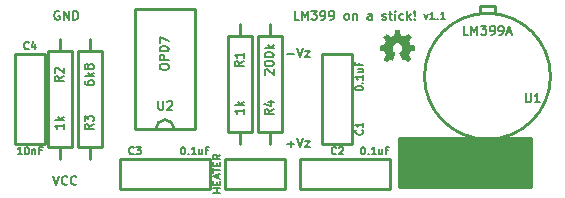
<source format=gto>
G04 (created by PCBNEW (22-Jun-2014 BZR 4027)-stable) date Sun 29 Apr 2018 06:10:34 PM CDT*
%MOIN*%
G04 Gerber Fmt 3.4, Leading zero omitted, Abs format*
%FSLAX34Y34*%
G01*
G70*
G90*
G04 APERTURE LIST*
%ADD10C,0.00590551*%
%ADD11C,0.005*%
%ADD12C,0.006*%
%ADD13C,0.01*%
%ADD14C,0.0001*%
G04 APERTURE END LIST*
G54D10*
G54D11*
X71351Y-59625D02*
X71101Y-59625D01*
X71220Y-59625D02*
X71220Y-59482D01*
X71351Y-59482D02*
X71101Y-59482D01*
X71220Y-59363D02*
X71220Y-59279D01*
X71351Y-59244D02*
X71351Y-59363D01*
X71101Y-59363D01*
X71101Y-59244D01*
X71279Y-59148D02*
X71279Y-59029D01*
X71351Y-59172D02*
X71101Y-59089D01*
X71351Y-59005D01*
X71101Y-58958D02*
X71101Y-58815D01*
X71351Y-58886D02*
X71101Y-58886D01*
X71220Y-58732D02*
X71220Y-58648D01*
X71351Y-58613D02*
X71351Y-58732D01*
X71101Y-58732D01*
X71101Y-58613D01*
X71351Y-58363D02*
X71232Y-58446D01*
X71351Y-58505D02*
X71101Y-58505D01*
X71101Y-58410D01*
X71113Y-58386D01*
X71125Y-58374D01*
X71148Y-58363D01*
X71184Y-58363D01*
X71208Y-58374D01*
X71220Y-58386D01*
X71232Y-58410D01*
X71232Y-58505D01*
G54D12*
X73571Y-58007D02*
X73800Y-58007D01*
X73685Y-58121D02*
X73685Y-57892D01*
X73900Y-57821D02*
X74000Y-58121D01*
X74100Y-57821D01*
X74171Y-57921D02*
X74328Y-57921D01*
X74171Y-58121D01*
X74328Y-58121D01*
X73571Y-55007D02*
X73800Y-55007D01*
X73900Y-54821D02*
X74000Y-55121D01*
X74100Y-54821D01*
X74171Y-54921D02*
X74328Y-54921D01*
X74171Y-55121D01*
X74328Y-55121D01*
X65778Y-59071D02*
X65878Y-59371D01*
X65978Y-59071D01*
X66250Y-59342D02*
X66235Y-59357D01*
X66192Y-59371D01*
X66164Y-59371D01*
X66121Y-59357D01*
X66092Y-59328D01*
X66078Y-59300D01*
X66064Y-59242D01*
X66064Y-59200D01*
X66078Y-59142D01*
X66092Y-59114D01*
X66121Y-59085D01*
X66164Y-59071D01*
X66192Y-59071D01*
X66235Y-59085D01*
X66250Y-59100D01*
X66550Y-59342D02*
X66535Y-59357D01*
X66492Y-59371D01*
X66464Y-59371D01*
X66421Y-59357D01*
X66392Y-59328D01*
X66378Y-59300D01*
X66364Y-59242D01*
X66364Y-59200D01*
X66378Y-59142D01*
X66392Y-59114D01*
X66421Y-59085D01*
X66464Y-59071D01*
X66492Y-59071D01*
X66535Y-59085D01*
X66550Y-59100D01*
X65978Y-53585D02*
X65950Y-53571D01*
X65907Y-53571D01*
X65864Y-53585D01*
X65835Y-53614D01*
X65821Y-53642D01*
X65807Y-53700D01*
X65807Y-53742D01*
X65821Y-53800D01*
X65835Y-53828D01*
X65864Y-53857D01*
X65907Y-53871D01*
X65935Y-53871D01*
X65978Y-53857D01*
X65992Y-53842D01*
X65992Y-53742D01*
X65935Y-53742D01*
X66121Y-53871D02*
X66121Y-53571D01*
X66292Y-53871D01*
X66292Y-53571D01*
X66435Y-53871D02*
X66435Y-53571D01*
X66507Y-53571D01*
X66550Y-53585D01*
X66578Y-53614D01*
X66592Y-53642D01*
X66607Y-53700D01*
X66607Y-53742D01*
X66592Y-53800D01*
X66578Y-53828D01*
X66550Y-53857D01*
X66507Y-53871D01*
X66435Y-53871D01*
G54D11*
X78142Y-53684D02*
X78202Y-53851D01*
X78261Y-53684D01*
X78488Y-53851D02*
X78345Y-53851D01*
X78416Y-53851D02*
X78416Y-53601D01*
X78392Y-53636D01*
X78369Y-53660D01*
X78345Y-53672D01*
X78595Y-53827D02*
X78607Y-53839D01*
X78595Y-53851D01*
X78583Y-53839D01*
X78595Y-53827D01*
X78595Y-53851D01*
X78845Y-53851D02*
X78702Y-53851D01*
X78773Y-53851D02*
X78773Y-53601D01*
X78750Y-53636D01*
X78726Y-53660D01*
X78702Y-53672D01*
G54D12*
X73964Y-53871D02*
X73821Y-53871D01*
X73821Y-53571D01*
X74064Y-53871D02*
X74064Y-53571D01*
X74164Y-53785D01*
X74264Y-53571D01*
X74264Y-53871D01*
X74378Y-53571D02*
X74564Y-53571D01*
X74464Y-53685D01*
X74507Y-53685D01*
X74535Y-53700D01*
X74550Y-53714D01*
X74564Y-53742D01*
X74564Y-53814D01*
X74550Y-53842D01*
X74535Y-53857D01*
X74507Y-53871D01*
X74421Y-53871D01*
X74392Y-53857D01*
X74378Y-53842D01*
X74707Y-53871D02*
X74764Y-53871D01*
X74792Y-53857D01*
X74807Y-53842D01*
X74835Y-53800D01*
X74849Y-53742D01*
X74849Y-53628D01*
X74835Y-53600D01*
X74821Y-53585D01*
X74792Y-53571D01*
X74735Y-53571D01*
X74707Y-53585D01*
X74692Y-53600D01*
X74678Y-53628D01*
X74678Y-53700D01*
X74692Y-53728D01*
X74707Y-53742D01*
X74735Y-53757D01*
X74792Y-53757D01*
X74821Y-53742D01*
X74835Y-53728D01*
X74849Y-53700D01*
X74992Y-53871D02*
X75049Y-53871D01*
X75078Y-53857D01*
X75092Y-53842D01*
X75121Y-53800D01*
X75135Y-53742D01*
X75135Y-53628D01*
X75121Y-53600D01*
X75107Y-53585D01*
X75078Y-53571D01*
X75021Y-53571D01*
X74992Y-53585D01*
X74978Y-53600D01*
X74964Y-53628D01*
X74964Y-53700D01*
X74978Y-53728D01*
X74992Y-53742D01*
X75021Y-53757D01*
X75078Y-53757D01*
X75107Y-53742D01*
X75121Y-53728D01*
X75135Y-53700D01*
X75535Y-53871D02*
X75507Y-53857D01*
X75492Y-53842D01*
X75478Y-53814D01*
X75478Y-53728D01*
X75492Y-53700D01*
X75507Y-53685D01*
X75535Y-53671D01*
X75578Y-53671D01*
X75607Y-53685D01*
X75621Y-53700D01*
X75635Y-53728D01*
X75635Y-53814D01*
X75621Y-53842D01*
X75607Y-53857D01*
X75578Y-53871D01*
X75535Y-53871D01*
X75764Y-53671D02*
X75764Y-53871D01*
X75764Y-53700D02*
X75778Y-53685D01*
X75807Y-53671D01*
X75849Y-53671D01*
X75878Y-53685D01*
X75892Y-53714D01*
X75892Y-53871D01*
X76392Y-53871D02*
X76392Y-53714D01*
X76378Y-53685D01*
X76349Y-53671D01*
X76292Y-53671D01*
X76264Y-53685D01*
X76392Y-53857D02*
X76364Y-53871D01*
X76292Y-53871D01*
X76264Y-53857D01*
X76249Y-53828D01*
X76249Y-53800D01*
X76264Y-53771D01*
X76292Y-53757D01*
X76364Y-53757D01*
X76392Y-53742D01*
X76749Y-53857D02*
X76778Y-53871D01*
X76835Y-53871D01*
X76864Y-53857D01*
X76878Y-53828D01*
X76878Y-53814D01*
X76864Y-53785D01*
X76835Y-53771D01*
X76792Y-53771D01*
X76764Y-53757D01*
X76749Y-53728D01*
X76749Y-53714D01*
X76764Y-53685D01*
X76792Y-53671D01*
X76835Y-53671D01*
X76864Y-53685D01*
X76964Y-53671D02*
X77078Y-53671D01*
X77007Y-53571D02*
X77007Y-53828D01*
X77021Y-53857D01*
X77049Y-53871D01*
X77078Y-53871D01*
X77178Y-53871D02*
X77178Y-53671D01*
X77178Y-53571D02*
X77164Y-53585D01*
X77178Y-53600D01*
X77192Y-53585D01*
X77178Y-53571D01*
X77178Y-53600D01*
X77449Y-53857D02*
X77421Y-53871D01*
X77364Y-53871D01*
X77335Y-53857D01*
X77321Y-53842D01*
X77307Y-53814D01*
X77307Y-53728D01*
X77321Y-53700D01*
X77335Y-53685D01*
X77364Y-53671D01*
X77421Y-53671D01*
X77449Y-53685D01*
X77578Y-53871D02*
X77578Y-53571D01*
X77607Y-53757D02*
X77692Y-53871D01*
X77692Y-53671D02*
X77578Y-53785D01*
X77821Y-53842D02*
X77835Y-53857D01*
X77821Y-53871D01*
X77807Y-53857D01*
X77821Y-53842D01*
X77821Y-53871D01*
X77821Y-53757D02*
X77807Y-53585D01*
X77821Y-53571D01*
X77835Y-53585D01*
X77821Y-53757D01*
X77821Y-53571D01*
G54D13*
X80500Y-53400D02*
X80500Y-53650D01*
X80000Y-53400D02*
X80000Y-53650D01*
X80000Y-53400D02*
X80500Y-53400D01*
X82350Y-55750D02*
G75*
G03X82350Y-55750I-2100J0D01*
G74*
G01*
X66000Y-54500D02*
X66000Y-54900D01*
X66000Y-54900D02*
X66400Y-54900D01*
X66400Y-54900D02*
X66400Y-58100D01*
X66400Y-58100D02*
X65600Y-58100D01*
X65600Y-58100D02*
X65600Y-54900D01*
X65600Y-54900D02*
X66000Y-54900D01*
X66000Y-58500D02*
X66000Y-58100D01*
X67000Y-58500D02*
X67000Y-58100D01*
X67000Y-58100D02*
X66600Y-58100D01*
X66600Y-58100D02*
X66600Y-54900D01*
X66600Y-54900D02*
X67400Y-54900D01*
X67400Y-54900D02*
X67400Y-58100D01*
X67400Y-58100D02*
X67000Y-58100D01*
X67000Y-54500D02*
X67000Y-54900D01*
X72000Y-54000D02*
X72000Y-54400D01*
X72000Y-54400D02*
X72400Y-54400D01*
X72400Y-54400D02*
X72400Y-57600D01*
X72400Y-57600D02*
X71600Y-57600D01*
X71600Y-57600D02*
X71600Y-54400D01*
X71600Y-54400D02*
X72000Y-54400D01*
X72000Y-58000D02*
X72000Y-57600D01*
X69500Y-57200D02*
G75*
G03X69200Y-57500I0J-300D01*
G74*
G01*
X69800Y-57500D02*
G75*
G03X69500Y-57200I-300J0D01*
G74*
G01*
X68500Y-57500D02*
X68500Y-53500D01*
X68500Y-53500D02*
X70500Y-53500D01*
X70500Y-53500D02*
X70500Y-57500D01*
X70500Y-57500D02*
X68500Y-57500D01*
X74750Y-55000D02*
X75750Y-55000D01*
X74750Y-58000D02*
X75750Y-58000D01*
X75750Y-58000D02*
X75750Y-55000D01*
X74750Y-58000D02*
X74750Y-55000D01*
X65500Y-58000D02*
X64500Y-58000D01*
X65500Y-55000D02*
X64500Y-55000D01*
X64500Y-55000D02*
X64500Y-58000D01*
X65500Y-55000D02*
X65500Y-58000D01*
X71000Y-58500D02*
X71000Y-59500D01*
X68000Y-58500D02*
X68000Y-59500D01*
X68000Y-59500D02*
X71000Y-59500D01*
X68000Y-58500D02*
X71000Y-58500D01*
X77000Y-58500D02*
X77000Y-59500D01*
X74000Y-58500D02*
X74000Y-59500D01*
X74000Y-59500D02*
X77000Y-59500D01*
X74000Y-58500D02*
X77000Y-58500D01*
X73000Y-58000D02*
X73000Y-57600D01*
X73000Y-57600D02*
X72600Y-57600D01*
X72600Y-57600D02*
X72600Y-54400D01*
X72600Y-54400D02*
X73400Y-54400D01*
X73400Y-54400D02*
X73400Y-57600D01*
X73400Y-57600D02*
X73000Y-57600D01*
X73000Y-54000D02*
X73000Y-54400D01*
X71500Y-58500D02*
X73500Y-58500D01*
X73500Y-58500D02*
X73500Y-59500D01*
X73500Y-59500D02*
X71500Y-59500D01*
X71500Y-59500D02*
X71500Y-58500D01*
G54D14*
G36*
X76892Y-55280D02*
X76899Y-55277D01*
X76912Y-55268D01*
X76932Y-55255D01*
X76955Y-55240D01*
X76979Y-55224D01*
X76998Y-55211D01*
X77012Y-55202D01*
X77017Y-55199D01*
X77020Y-55200D01*
X77031Y-55206D01*
X77047Y-55214D01*
X77057Y-55219D01*
X77072Y-55225D01*
X77079Y-55227D01*
X77080Y-55225D01*
X77086Y-55213D01*
X77094Y-55194D01*
X77105Y-55168D01*
X77118Y-55138D01*
X77132Y-55106D01*
X77145Y-55073D01*
X77158Y-55042D01*
X77170Y-55013D01*
X77179Y-54990D01*
X77185Y-54974D01*
X77188Y-54967D01*
X77187Y-54966D01*
X77180Y-54959D01*
X77167Y-54949D01*
X77139Y-54926D01*
X77111Y-54892D01*
X77094Y-54853D01*
X77089Y-54809D01*
X77093Y-54769D01*
X77109Y-54731D01*
X77136Y-54696D01*
X77169Y-54670D01*
X77207Y-54654D01*
X77250Y-54649D01*
X77291Y-54653D01*
X77330Y-54669D01*
X77365Y-54695D01*
X77380Y-54712D01*
X77400Y-54748D01*
X77412Y-54785D01*
X77413Y-54794D01*
X77411Y-54836D01*
X77399Y-54876D01*
X77377Y-54911D01*
X77347Y-54940D01*
X77343Y-54943D01*
X77329Y-54954D01*
X77319Y-54961D01*
X77312Y-54967D01*
X77365Y-55094D01*
X77373Y-55114D01*
X77388Y-55149D01*
X77400Y-55179D01*
X77411Y-55203D01*
X77418Y-55219D01*
X77421Y-55225D01*
X77421Y-55225D01*
X77426Y-55226D01*
X77435Y-55223D01*
X77453Y-55214D01*
X77465Y-55208D01*
X77478Y-55202D01*
X77484Y-55199D01*
X77490Y-55202D01*
X77503Y-55210D01*
X77521Y-55223D01*
X77544Y-55238D01*
X77566Y-55253D01*
X77586Y-55266D01*
X77600Y-55276D01*
X77607Y-55279D01*
X77608Y-55279D01*
X77615Y-55276D01*
X77626Y-55266D01*
X77643Y-55250D01*
X77668Y-55226D01*
X77672Y-55222D01*
X77692Y-55202D01*
X77708Y-55184D01*
X77719Y-55172D01*
X77723Y-55167D01*
X77723Y-55167D01*
X77719Y-55160D01*
X77710Y-55145D01*
X77697Y-55125D01*
X77681Y-55101D01*
X77639Y-55040D01*
X77662Y-54983D01*
X77669Y-54965D01*
X77678Y-54943D01*
X77685Y-54928D01*
X77688Y-54921D01*
X77695Y-54919D01*
X77710Y-54915D01*
X77733Y-54911D01*
X77761Y-54906D01*
X77787Y-54901D01*
X77810Y-54896D01*
X77827Y-54893D01*
X77835Y-54892D01*
X77837Y-54890D01*
X77838Y-54887D01*
X77839Y-54879D01*
X77840Y-54864D01*
X77840Y-54842D01*
X77840Y-54809D01*
X77840Y-54806D01*
X77840Y-54775D01*
X77839Y-54750D01*
X77838Y-54735D01*
X77837Y-54728D01*
X77837Y-54728D01*
X77830Y-54726D01*
X77813Y-54723D01*
X77790Y-54718D01*
X77762Y-54713D01*
X77760Y-54713D01*
X77732Y-54707D01*
X77709Y-54702D01*
X77692Y-54699D01*
X77685Y-54696D01*
X77684Y-54694D01*
X77678Y-54683D01*
X77670Y-54666D01*
X77661Y-54645D01*
X77652Y-54623D01*
X77644Y-54603D01*
X77639Y-54589D01*
X77637Y-54582D01*
X77637Y-54582D01*
X77641Y-54575D01*
X77651Y-54561D01*
X77665Y-54541D01*
X77681Y-54517D01*
X77682Y-54515D01*
X77698Y-54491D01*
X77711Y-54471D01*
X77720Y-54457D01*
X77723Y-54451D01*
X77723Y-54450D01*
X77718Y-54443D01*
X77706Y-54430D01*
X77688Y-54412D01*
X77668Y-54391D01*
X77661Y-54385D01*
X77638Y-54362D01*
X77622Y-54348D01*
X77612Y-54340D01*
X77608Y-54338D01*
X77607Y-54338D01*
X77600Y-54342D01*
X77585Y-54352D01*
X77565Y-54366D01*
X77541Y-54382D01*
X77540Y-54383D01*
X77516Y-54399D01*
X77496Y-54413D01*
X77482Y-54422D01*
X77476Y-54425D01*
X77475Y-54425D01*
X77466Y-54423D01*
X77449Y-54417D01*
X77428Y-54409D01*
X77406Y-54400D01*
X77386Y-54392D01*
X77372Y-54385D01*
X77365Y-54381D01*
X77364Y-54381D01*
X77362Y-54372D01*
X77358Y-54354D01*
X77353Y-54330D01*
X77347Y-54301D01*
X77346Y-54297D01*
X77341Y-54268D01*
X77337Y-54245D01*
X77333Y-54229D01*
X77332Y-54222D01*
X77328Y-54222D01*
X77314Y-54221D01*
X77293Y-54220D01*
X77267Y-54220D01*
X77241Y-54220D01*
X77215Y-54220D01*
X77193Y-54221D01*
X77177Y-54222D01*
X77170Y-54224D01*
X77170Y-54224D01*
X77168Y-54233D01*
X77164Y-54250D01*
X77159Y-54275D01*
X77153Y-54304D01*
X77152Y-54309D01*
X77147Y-54337D01*
X77142Y-54360D01*
X77139Y-54376D01*
X77137Y-54382D01*
X77135Y-54383D01*
X77123Y-54389D01*
X77104Y-54396D01*
X77081Y-54406D01*
X77027Y-54428D01*
X76961Y-54382D01*
X76955Y-54378D01*
X76931Y-54362D01*
X76911Y-54349D01*
X76897Y-54340D01*
X76892Y-54337D01*
X76891Y-54337D01*
X76885Y-54343D01*
X76872Y-54355D01*
X76854Y-54373D01*
X76833Y-54393D01*
X76817Y-54409D01*
X76799Y-54427D01*
X76788Y-54440D01*
X76781Y-54448D01*
X76779Y-54453D01*
X76780Y-54456D01*
X76784Y-54463D01*
X76794Y-54477D01*
X76807Y-54498D01*
X76823Y-54521D01*
X76837Y-54541D01*
X76851Y-54563D01*
X76860Y-54579D01*
X76864Y-54586D01*
X76863Y-54590D01*
X76858Y-54603D01*
X76850Y-54622D01*
X76840Y-54646D01*
X76817Y-54698D01*
X76783Y-54705D01*
X76762Y-54709D01*
X76733Y-54714D01*
X76705Y-54720D01*
X76661Y-54728D01*
X76660Y-54887D01*
X76667Y-54890D01*
X76673Y-54892D01*
X76689Y-54896D01*
X76712Y-54900D01*
X76739Y-54905D01*
X76763Y-54910D01*
X76786Y-54914D01*
X76803Y-54917D01*
X76810Y-54919D01*
X76812Y-54921D01*
X76818Y-54933D01*
X76826Y-54951D01*
X76835Y-54972D01*
X76845Y-54995D01*
X76853Y-55015D01*
X76859Y-55031D01*
X76861Y-55039D01*
X76858Y-55045D01*
X76849Y-55059D01*
X76836Y-55079D01*
X76820Y-55102D01*
X76804Y-55125D01*
X76791Y-55145D01*
X76781Y-55159D01*
X76778Y-55166D01*
X76780Y-55170D01*
X76789Y-55181D01*
X76806Y-55199D01*
X76832Y-55225D01*
X76837Y-55229D01*
X76857Y-55249D01*
X76875Y-55265D01*
X76887Y-55276D01*
X76892Y-55280D01*
X76892Y-55280D01*
G37*
G54D12*
X81521Y-56321D02*
X81521Y-56564D01*
X81535Y-56592D01*
X81550Y-56607D01*
X81578Y-56621D01*
X81635Y-56621D01*
X81664Y-56607D01*
X81678Y-56592D01*
X81692Y-56564D01*
X81692Y-56321D01*
X81992Y-56621D02*
X81821Y-56621D01*
X81907Y-56621D02*
X81907Y-56321D01*
X81878Y-56364D01*
X81850Y-56392D01*
X81821Y-56407D01*
X79614Y-54371D02*
X79471Y-54371D01*
X79471Y-54071D01*
X79714Y-54371D02*
X79714Y-54071D01*
X79814Y-54285D01*
X79914Y-54071D01*
X79914Y-54371D01*
X80028Y-54071D02*
X80214Y-54071D01*
X80114Y-54185D01*
X80157Y-54185D01*
X80185Y-54200D01*
X80200Y-54214D01*
X80214Y-54242D01*
X80214Y-54314D01*
X80200Y-54342D01*
X80185Y-54357D01*
X80157Y-54371D01*
X80071Y-54371D01*
X80042Y-54357D01*
X80028Y-54342D01*
X80357Y-54371D02*
X80414Y-54371D01*
X80442Y-54357D01*
X80457Y-54342D01*
X80485Y-54300D01*
X80500Y-54242D01*
X80500Y-54128D01*
X80485Y-54100D01*
X80471Y-54085D01*
X80442Y-54071D01*
X80385Y-54071D01*
X80357Y-54085D01*
X80342Y-54100D01*
X80328Y-54128D01*
X80328Y-54200D01*
X80342Y-54228D01*
X80357Y-54242D01*
X80385Y-54257D01*
X80442Y-54257D01*
X80471Y-54242D01*
X80485Y-54228D01*
X80500Y-54200D01*
X80642Y-54371D02*
X80700Y-54371D01*
X80728Y-54357D01*
X80742Y-54342D01*
X80771Y-54300D01*
X80785Y-54242D01*
X80785Y-54128D01*
X80771Y-54100D01*
X80757Y-54085D01*
X80728Y-54071D01*
X80671Y-54071D01*
X80642Y-54085D01*
X80628Y-54100D01*
X80614Y-54128D01*
X80614Y-54200D01*
X80628Y-54228D01*
X80642Y-54242D01*
X80671Y-54257D01*
X80728Y-54257D01*
X80757Y-54242D01*
X80771Y-54228D01*
X80785Y-54200D01*
X80900Y-54285D02*
X81042Y-54285D01*
X80871Y-54371D02*
X80971Y-54071D01*
X81071Y-54371D01*
X66121Y-55750D02*
X65978Y-55850D01*
X66121Y-55921D02*
X65821Y-55921D01*
X65821Y-55807D01*
X65835Y-55778D01*
X65850Y-55764D01*
X65878Y-55750D01*
X65921Y-55750D01*
X65950Y-55764D01*
X65964Y-55778D01*
X65978Y-55807D01*
X65978Y-55921D01*
X65850Y-55635D02*
X65835Y-55621D01*
X65821Y-55592D01*
X65821Y-55521D01*
X65835Y-55492D01*
X65850Y-55478D01*
X65878Y-55464D01*
X65907Y-55464D01*
X65950Y-55478D01*
X66121Y-55650D01*
X66121Y-55464D01*
X66121Y-57335D02*
X66121Y-57507D01*
X66121Y-57421D02*
X65821Y-57421D01*
X65864Y-57449D01*
X65892Y-57478D01*
X65907Y-57507D01*
X66121Y-57207D02*
X65821Y-57207D01*
X66007Y-57178D02*
X66121Y-57092D01*
X65921Y-57092D02*
X66035Y-57207D01*
X67121Y-57350D02*
X66978Y-57450D01*
X67121Y-57521D02*
X66821Y-57521D01*
X66821Y-57407D01*
X66835Y-57378D01*
X66850Y-57364D01*
X66878Y-57350D01*
X66921Y-57350D01*
X66950Y-57364D01*
X66964Y-57378D01*
X66978Y-57407D01*
X66978Y-57521D01*
X66821Y-57250D02*
X66821Y-57064D01*
X66935Y-57164D01*
X66935Y-57121D01*
X66950Y-57092D01*
X66964Y-57078D01*
X66992Y-57064D01*
X67064Y-57064D01*
X67092Y-57078D01*
X67107Y-57092D01*
X67121Y-57121D01*
X67121Y-57207D01*
X67107Y-57235D01*
X67092Y-57250D01*
X66821Y-55907D02*
X66821Y-55964D01*
X66835Y-55992D01*
X66850Y-56007D01*
X66892Y-56035D01*
X66950Y-56049D01*
X67064Y-56049D01*
X67092Y-56035D01*
X67107Y-56021D01*
X67121Y-55992D01*
X67121Y-55935D01*
X67107Y-55907D01*
X67092Y-55892D01*
X67064Y-55878D01*
X66992Y-55878D01*
X66964Y-55892D01*
X66950Y-55907D01*
X66935Y-55935D01*
X66935Y-55992D01*
X66950Y-56021D01*
X66964Y-56035D01*
X66992Y-56049D01*
X67121Y-55749D02*
X66821Y-55749D01*
X67007Y-55721D02*
X67121Y-55635D01*
X66921Y-55635D02*
X67035Y-55749D01*
X66950Y-55464D02*
X66935Y-55492D01*
X66921Y-55507D01*
X66892Y-55521D01*
X66878Y-55521D01*
X66850Y-55507D01*
X66835Y-55492D01*
X66821Y-55464D01*
X66821Y-55407D01*
X66835Y-55378D01*
X66850Y-55364D01*
X66878Y-55350D01*
X66892Y-55350D01*
X66921Y-55364D01*
X66935Y-55378D01*
X66950Y-55407D01*
X66950Y-55464D01*
X66964Y-55492D01*
X66978Y-55507D01*
X67007Y-55521D01*
X67064Y-55521D01*
X67092Y-55507D01*
X67107Y-55492D01*
X67121Y-55464D01*
X67121Y-55407D01*
X67107Y-55378D01*
X67092Y-55364D01*
X67064Y-55350D01*
X67007Y-55350D01*
X66978Y-55364D01*
X66964Y-55378D01*
X66950Y-55407D01*
X72121Y-55250D02*
X71978Y-55350D01*
X72121Y-55421D02*
X71821Y-55421D01*
X71821Y-55307D01*
X71835Y-55278D01*
X71850Y-55264D01*
X71878Y-55250D01*
X71921Y-55250D01*
X71950Y-55264D01*
X71964Y-55278D01*
X71978Y-55307D01*
X71978Y-55421D01*
X72121Y-54964D02*
X72121Y-55135D01*
X72121Y-55050D02*
X71821Y-55050D01*
X71864Y-55078D01*
X71892Y-55107D01*
X71907Y-55135D01*
X72121Y-56835D02*
X72121Y-57007D01*
X72121Y-56921D02*
X71821Y-56921D01*
X71864Y-56949D01*
X71892Y-56978D01*
X71907Y-57007D01*
X72121Y-56707D02*
X71821Y-56707D01*
X72007Y-56678D02*
X72121Y-56592D01*
X71921Y-56592D02*
X72035Y-56707D01*
X69271Y-56571D02*
X69271Y-56814D01*
X69285Y-56842D01*
X69300Y-56857D01*
X69328Y-56871D01*
X69385Y-56871D01*
X69414Y-56857D01*
X69428Y-56842D01*
X69442Y-56814D01*
X69442Y-56571D01*
X69571Y-56600D02*
X69585Y-56585D01*
X69614Y-56571D01*
X69685Y-56571D01*
X69714Y-56585D01*
X69728Y-56600D01*
X69742Y-56628D01*
X69742Y-56657D01*
X69728Y-56700D01*
X69557Y-56871D01*
X69742Y-56871D01*
X69321Y-55464D02*
X69321Y-55407D01*
X69335Y-55378D01*
X69364Y-55350D01*
X69421Y-55335D01*
X69521Y-55335D01*
X69578Y-55350D01*
X69607Y-55378D01*
X69621Y-55407D01*
X69621Y-55464D01*
X69607Y-55492D01*
X69578Y-55521D01*
X69521Y-55535D01*
X69421Y-55535D01*
X69364Y-55521D01*
X69335Y-55492D01*
X69321Y-55464D01*
X69621Y-55207D02*
X69321Y-55207D01*
X69321Y-55092D01*
X69335Y-55064D01*
X69350Y-55050D01*
X69378Y-55035D01*
X69421Y-55035D01*
X69450Y-55050D01*
X69464Y-55064D01*
X69478Y-55092D01*
X69478Y-55207D01*
X69321Y-54850D02*
X69321Y-54821D01*
X69335Y-54792D01*
X69350Y-54778D01*
X69378Y-54764D01*
X69435Y-54750D01*
X69507Y-54750D01*
X69564Y-54764D01*
X69592Y-54778D01*
X69607Y-54792D01*
X69621Y-54821D01*
X69621Y-54850D01*
X69607Y-54878D01*
X69592Y-54892D01*
X69564Y-54907D01*
X69507Y-54921D01*
X69435Y-54921D01*
X69378Y-54907D01*
X69350Y-54892D01*
X69335Y-54878D01*
X69321Y-54850D01*
X69321Y-54650D02*
X69321Y-54450D01*
X69621Y-54578D01*
G54D11*
X76077Y-57541D02*
X76089Y-57553D01*
X76101Y-57589D01*
X76101Y-57613D01*
X76089Y-57648D01*
X76065Y-57672D01*
X76041Y-57684D01*
X75994Y-57696D01*
X75958Y-57696D01*
X75910Y-57684D01*
X75886Y-57672D01*
X75863Y-57648D01*
X75851Y-57613D01*
X75851Y-57589D01*
X75863Y-57553D01*
X75875Y-57541D01*
X76101Y-57303D02*
X76101Y-57446D01*
X76101Y-57375D02*
X75851Y-57375D01*
X75886Y-57398D01*
X75910Y-57422D01*
X75922Y-57446D01*
X75851Y-56160D02*
X75851Y-56136D01*
X75863Y-56113D01*
X75875Y-56101D01*
X75898Y-56089D01*
X75946Y-56077D01*
X76005Y-56077D01*
X76053Y-56089D01*
X76077Y-56101D01*
X76089Y-56113D01*
X76101Y-56136D01*
X76101Y-56160D01*
X76089Y-56184D01*
X76077Y-56196D01*
X76053Y-56208D01*
X76005Y-56220D01*
X75946Y-56220D01*
X75898Y-56208D01*
X75875Y-56196D01*
X75863Y-56184D01*
X75851Y-56160D01*
X76077Y-55970D02*
X76089Y-55958D01*
X76101Y-55970D01*
X76089Y-55982D01*
X76077Y-55970D01*
X76101Y-55970D01*
X76101Y-55720D02*
X76101Y-55863D01*
X76101Y-55791D02*
X75851Y-55791D01*
X75886Y-55815D01*
X75910Y-55839D01*
X75922Y-55863D01*
X75934Y-55505D02*
X76101Y-55505D01*
X75934Y-55613D02*
X76065Y-55613D01*
X76089Y-55601D01*
X76101Y-55577D01*
X76101Y-55541D01*
X76089Y-55517D01*
X76077Y-55505D01*
X75970Y-55303D02*
X75970Y-55386D01*
X76101Y-55386D02*
X75851Y-55386D01*
X75851Y-55267D01*
X64958Y-54827D02*
X64946Y-54839D01*
X64910Y-54851D01*
X64886Y-54851D01*
X64851Y-54839D01*
X64827Y-54815D01*
X64815Y-54791D01*
X64803Y-54744D01*
X64803Y-54708D01*
X64815Y-54660D01*
X64827Y-54636D01*
X64851Y-54613D01*
X64886Y-54601D01*
X64910Y-54601D01*
X64946Y-54613D01*
X64958Y-54625D01*
X65172Y-54684D02*
X65172Y-54851D01*
X65113Y-54589D02*
X65053Y-54767D01*
X65208Y-54767D01*
X64732Y-58351D02*
X64589Y-58351D01*
X64660Y-58351D02*
X64660Y-58101D01*
X64636Y-58136D01*
X64613Y-58160D01*
X64589Y-58172D01*
X64886Y-58101D02*
X64910Y-58101D01*
X64934Y-58113D01*
X64946Y-58125D01*
X64958Y-58148D01*
X64970Y-58196D01*
X64970Y-58255D01*
X64958Y-58303D01*
X64946Y-58327D01*
X64934Y-58339D01*
X64910Y-58351D01*
X64886Y-58351D01*
X64863Y-58339D01*
X64851Y-58327D01*
X64839Y-58303D01*
X64827Y-58255D01*
X64827Y-58196D01*
X64839Y-58148D01*
X64851Y-58125D01*
X64863Y-58113D01*
X64886Y-58101D01*
X65077Y-58184D02*
X65077Y-58351D01*
X65077Y-58208D02*
X65089Y-58196D01*
X65113Y-58184D01*
X65148Y-58184D01*
X65172Y-58196D01*
X65184Y-58220D01*
X65184Y-58351D01*
X65386Y-58220D02*
X65303Y-58220D01*
X65303Y-58351D02*
X65303Y-58101D01*
X65422Y-58101D01*
X68458Y-58327D02*
X68446Y-58339D01*
X68410Y-58351D01*
X68386Y-58351D01*
X68351Y-58339D01*
X68327Y-58315D01*
X68315Y-58291D01*
X68303Y-58244D01*
X68303Y-58208D01*
X68315Y-58160D01*
X68327Y-58136D01*
X68351Y-58113D01*
X68386Y-58101D01*
X68410Y-58101D01*
X68446Y-58113D01*
X68458Y-58125D01*
X68541Y-58101D02*
X68696Y-58101D01*
X68613Y-58196D01*
X68648Y-58196D01*
X68672Y-58208D01*
X68684Y-58220D01*
X68696Y-58244D01*
X68696Y-58303D01*
X68684Y-58327D01*
X68672Y-58339D01*
X68648Y-58351D01*
X68577Y-58351D01*
X68553Y-58339D01*
X68541Y-58327D01*
X70089Y-58101D02*
X70113Y-58101D01*
X70136Y-58113D01*
X70148Y-58125D01*
X70160Y-58148D01*
X70172Y-58196D01*
X70172Y-58255D01*
X70160Y-58303D01*
X70148Y-58327D01*
X70136Y-58339D01*
X70113Y-58351D01*
X70089Y-58351D01*
X70065Y-58339D01*
X70053Y-58327D01*
X70041Y-58303D01*
X70029Y-58255D01*
X70029Y-58196D01*
X70041Y-58148D01*
X70053Y-58125D01*
X70065Y-58113D01*
X70089Y-58101D01*
X70279Y-58327D02*
X70291Y-58339D01*
X70279Y-58351D01*
X70267Y-58339D01*
X70279Y-58327D01*
X70279Y-58351D01*
X70529Y-58351D02*
X70386Y-58351D01*
X70458Y-58351D02*
X70458Y-58101D01*
X70434Y-58136D01*
X70410Y-58160D01*
X70386Y-58172D01*
X70744Y-58184D02*
X70744Y-58351D01*
X70636Y-58184D02*
X70636Y-58315D01*
X70648Y-58339D01*
X70672Y-58351D01*
X70708Y-58351D01*
X70732Y-58339D01*
X70744Y-58327D01*
X70946Y-58220D02*
X70863Y-58220D01*
X70863Y-58351D02*
X70863Y-58101D01*
X70982Y-58101D01*
X75208Y-58327D02*
X75196Y-58339D01*
X75160Y-58351D01*
X75136Y-58351D01*
X75101Y-58339D01*
X75077Y-58315D01*
X75065Y-58291D01*
X75053Y-58244D01*
X75053Y-58208D01*
X75065Y-58160D01*
X75077Y-58136D01*
X75101Y-58113D01*
X75136Y-58101D01*
X75160Y-58101D01*
X75196Y-58113D01*
X75208Y-58125D01*
X75303Y-58125D02*
X75315Y-58113D01*
X75339Y-58101D01*
X75398Y-58101D01*
X75422Y-58113D01*
X75434Y-58125D01*
X75446Y-58148D01*
X75446Y-58172D01*
X75434Y-58208D01*
X75291Y-58351D01*
X75446Y-58351D01*
X76089Y-58101D02*
X76113Y-58101D01*
X76136Y-58113D01*
X76148Y-58125D01*
X76160Y-58148D01*
X76172Y-58196D01*
X76172Y-58255D01*
X76160Y-58303D01*
X76148Y-58327D01*
X76136Y-58339D01*
X76113Y-58351D01*
X76089Y-58351D01*
X76065Y-58339D01*
X76053Y-58327D01*
X76041Y-58303D01*
X76029Y-58255D01*
X76029Y-58196D01*
X76041Y-58148D01*
X76053Y-58125D01*
X76065Y-58113D01*
X76089Y-58101D01*
X76279Y-58327D02*
X76291Y-58339D01*
X76279Y-58351D01*
X76267Y-58339D01*
X76279Y-58327D01*
X76279Y-58351D01*
X76529Y-58351D02*
X76386Y-58351D01*
X76458Y-58351D02*
X76458Y-58101D01*
X76434Y-58136D01*
X76410Y-58160D01*
X76386Y-58172D01*
X76744Y-58184D02*
X76744Y-58351D01*
X76636Y-58184D02*
X76636Y-58315D01*
X76648Y-58339D01*
X76672Y-58351D01*
X76708Y-58351D01*
X76732Y-58339D01*
X76744Y-58327D01*
X76946Y-58220D02*
X76863Y-58220D01*
X76863Y-58351D02*
X76863Y-58101D01*
X76982Y-58101D01*
G54D12*
X73121Y-56850D02*
X72978Y-56950D01*
X73121Y-57021D02*
X72821Y-57021D01*
X72821Y-56907D01*
X72835Y-56878D01*
X72850Y-56864D01*
X72878Y-56850D01*
X72921Y-56850D01*
X72950Y-56864D01*
X72964Y-56878D01*
X72978Y-56907D01*
X72978Y-57021D01*
X72921Y-56592D02*
X73121Y-56592D01*
X72807Y-56664D02*
X73021Y-56735D01*
X73021Y-56550D01*
X72850Y-55692D02*
X72835Y-55678D01*
X72821Y-55649D01*
X72821Y-55578D01*
X72835Y-55549D01*
X72850Y-55535D01*
X72878Y-55521D01*
X72907Y-55521D01*
X72950Y-55535D01*
X73121Y-55707D01*
X73121Y-55521D01*
X72821Y-55335D02*
X72821Y-55307D01*
X72835Y-55278D01*
X72850Y-55264D01*
X72878Y-55249D01*
X72935Y-55235D01*
X73007Y-55235D01*
X73064Y-55249D01*
X73092Y-55264D01*
X73107Y-55278D01*
X73121Y-55307D01*
X73121Y-55335D01*
X73107Y-55364D01*
X73092Y-55378D01*
X73064Y-55392D01*
X73007Y-55407D01*
X72935Y-55407D01*
X72878Y-55392D01*
X72850Y-55378D01*
X72835Y-55364D01*
X72821Y-55335D01*
X72821Y-55050D02*
X72821Y-55021D01*
X72835Y-54992D01*
X72850Y-54978D01*
X72878Y-54964D01*
X72935Y-54950D01*
X73007Y-54950D01*
X73064Y-54964D01*
X73092Y-54978D01*
X73107Y-54992D01*
X73121Y-55021D01*
X73121Y-55050D01*
X73107Y-55078D01*
X73092Y-55092D01*
X73064Y-55107D01*
X73007Y-55121D01*
X72935Y-55121D01*
X72878Y-55107D01*
X72850Y-55092D01*
X72835Y-55078D01*
X72821Y-55050D01*
X73121Y-54821D02*
X72821Y-54821D01*
X73007Y-54792D02*
X73121Y-54707D01*
X72921Y-54707D02*
X73035Y-54821D01*
G54D10*
G36*
X81700Y-59450D02*
X77300Y-59450D01*
X77300Y-57800D01*
X81700Y-57800D01*
X81700Y-59450D01*
X81700Y-59450D01*
G37*
G54D13*
X81700Y-59450D02*
X77300Y-59450D01*
X77300Y-57800D01*
X81700Y-57800D01*
X81700Y-59450D01*
M02*

</source>
